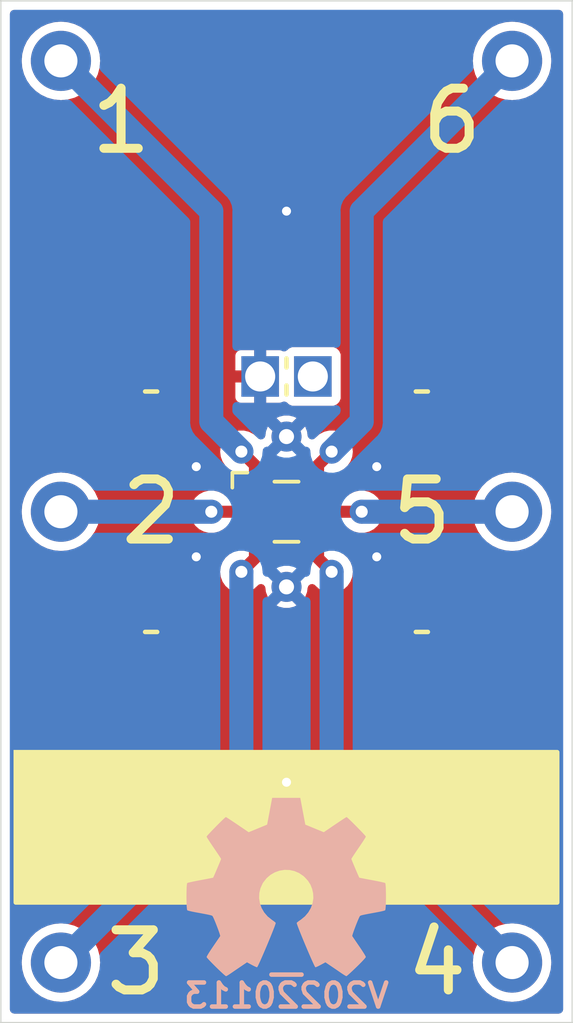
<source format=kicad_pcb>
(kicad_pcb (version 20221018) (generator pcbnew)
  (layers (0 "F.Cu" mixed) (31 "B.Cu" mixed) (34 "B.Paste" user) (35 "F.Paste" user) (36 "B.SilkS" user "B.Silkscreen") (37 "F.SilkS" user "F.Silkscreen") (38 "B.Mask" user) (39 "F.Mask" user) (44 "Edge.Cuts" user))
  (net 0 "")
  (net 1 "Net-(J1-Pin_1)")
  (net 2 "Net-(J2-Pin_1)")
  (net 3 "Net-(J3-Pin_1)")
  (net 4 "Net-(J4-Pin_1)")
  (net 5 "Net-(J5-Pin_1)")
  (net 6 "Net-(J6-Pin_1)")
  (net 7 "GND")
  (footprint "mill-max:PC_pin_nail_head_6092" (layer "F.Cu") (at 142 63)
    (fp_text reference "J1")
    (fp_text value "1" (at 2 2) (layer "F.SilkS") (effects (font (size 2 2) (thickness 0.3))))
    (pad "1" thru_hole circle locked (at 0 0) (size 2 2) (drill 1.1) (layers "*.Cu" "*.Mask") (net 1 "Net-(J1-Pin_1)"))
  )
  (footprint "mill-max:PC_pin_nail_head_6092" (layer "F.Cu") (at 142 78)
    (fp_text reference "J2")
    (fp_text value "2" (at 3 0) (layer "F.SilkS") (effects (font (size 2 2) (thickness 0.3))))
    (pad "1" thru_hole circle locked (at 0 0) (size 2 2) (drill 1.1) (layers "*.Cu" "*.Mask") (net 2 "Net-(J2-Pin_1)"))
  )
  (footprint "mill-max:PC_pin_nail_head_6092" (layer "F.Cu") (at 142 93)
    (fp_text reference "J3")
    (fp_text value "3" (at 2.5 0) (layer "F.SilkS") (effects (font (size 2 2) (thickness 0.3))))
    (pad "1" thru_hole circle locked (at 0 0) (size 2 2) (drill 1.1) (layers "*.Cu" "*.Mask") (net 3 "Net-(J3-Pin_1)"))
  )
  (footprint "mill-max:PC_pin_nail_head_6092" (layer "F.Cu") (at 157 78)
    (fp_text reference "J5")
    (fp_text value "5" (at -3 0) (layer "F.SilkS") (effects (font (size 2 2) (thickness 0.3))))
    (pad "1" thru_hole circle locked (at 0 0) (size 2 2) (drill 1.1) (layers "*.Cu" "*.Mask") (net 5 "Net-(J5-Pin_1)"))
  )
  (footprint "mill-max:PC_pin_nail_head_6092" (layer "F.Cu") (at 157 63)
    (fp_text reference "J6")
    (fp_text value "6" (at -2 2) (layer "F.SilkS") (effects (font (size 2 2) (thickness 0.3))))
    (pad "1" thru_hole circle locked (at 0 0) (size 2 2) (drill 1.1) (layers "*.Cu" "*.Mask") (net 6 "Net-(J6-Pin_1)"))
  )
  (footprint "mill-max:PC_pin_nail_head_6092" (layer "F.Cu") (at 157 93)
    (fp_text reference "J4")
    (fp_text value "4" (at -2.5 0) (layer "F.SilkS") (effects (font (size 2 2) (thickness 0.3))))
    (pad "1" thru_hole circle locked (at 0 0) (size 2 2) (drill 1.1) (layers "*.Cu" "*.Mask") (net 4 "Net-(J4-Pin_1)"))
  )
  (footprint "SquantorResistor:R_0805+0603" (layer "F.Cu") (at 145 82 90)
    (fp_text reference "R4" hide)
    (fp_text value "R" hide)
    (fp_line (start 0 -0.2) (end 0 0.2) (stroke (width 0.15)) (layer "F.SilkS"))
    (pad "1" smd roundrect (at -0.775 0 90) (size 1.05 1.3) (layers "F.Cu" "F.Paste" "F.Mask"))
    (pad "2" smd roundrect (at 0.775 0 90) (size 1.05 1.3) (layers "F.Cu" "F.Paste" "F.Mask"))
  )
  (footprint "SquantorCapacitor:C_0402+0603+0805+TH" (layer "F.Cu") (at 149.5 73.5)
    (fp_text reference "C1" hide)
    (fp_text value "C" hide)
    (fp_line (start 0 -0.6) (end 0 -0.3) (stroke (width 0.15)) (layer "F.SilkS"))
    (fp_line (start 0 0.6) (end 0 0.3) (stroke (width 0.15)) (layer "F.SilkS"))
    (pad "1" thru_hole rect (at -0.875 0) (size 1.25 1.35) (drill 1) (layers "*.Cu" "*.Mask") (net 7 "GND"))
    (pad "2" thru_hole rect (at 0.875 0) (size 1.25 1.35) (drill 1) (layers "*.Cu" "*.Mask"))
  )
  (footprint "SquantorResistor:R_0805+0603" (layer "F.Cu") (at 154 74 90)
    (fp_text reference "R2" hide)
    (fp_text value "R" hide)
    (fp_line (start 0 -0.2) (end 0 0.2) (stroke (width 0.15)) (layer "F.SilkS"))
    (pad "1" smd roundrect (at -0.775 0 90) (size 1.05 1.3) (layers "F.Cu" "F.Paste" "F.Mask"))
    (pad "2" smd roundrect (at 0.775 0 90) (size 1.05 1.3) (layers "F.Cu" "F.Paste" "F.Mask"))
  )
  (footprint "SquantorResistor:R_0805+0603" (layer "F.Cu") (at 154 82 90)
    (fp_text reference "R3" hide)
    (fp_text value "R" hide)
    (fp_line (start 0 -0.2) (end 0 0.2) (stroke (width 0.15)) (layer "F.SilkS"))
    (pad "1" smd roundrect (at -0.775 0 90) (size 1.05 1.3) (layers "F.Cu" "F.Paste" "F.Mask"))
    (pad "2" smd roundrect (at 0.775 0 90) (size 1.05 1.3) (layers "F.Cu" "F.Paste" "F.Mask"))
  )
  (footprint "SquantorResistor:R_0805+0603" (layer "F.Cu") (at 145 74 90)
    (fp_text reference "R1" hide)
    (fp_text value "R" hide)
    (fp_line (start 0 -0.2) (end 0 0.2) (stroke (width 0.15)) (layer "F.SilkS"))
    (pad "1" smd roundrect (at -0.775 0 90) (size 1.05 1.3) (layers "F.Cu" "F.Paste" "F.Mask"))
    (pad "2" smd roundrect (at 0.775 0 90) (size 1.05 1.3) (layers "F.Cu" "F.Paste" "F.Mask"))
  )
  (footprint "SquantorTestPoints:TestPoint_hole_H05R10_2side" (layer "F.Cu") (at 149.5 75.5)
    (fp_text reference "TP1" hide)
    (fp_text value "testpad" hide)
    (pad "1" thru_hole circle (at 0 0) (size 1 1) (drill 0.5) (layers "*.Cu" "*.Mask") (net 7 "GND"))
  )
  (footprint "SquantorTestPoints:TestPoint_hole_H05R10_2side" (layer "F.Cu") (at 149.5 80.5)
    (fp_text reference "TP2" hide)
    (fp_text value "testpad" hide)
    (pad "1" thru_hole circle (at 0 0) (size 1 1) (drill 0.5) (layers "*.Cu" "*.Mask") (net 7 "GND"))
  )
  (footprint "SquantorIC:SOT363-NXP-hand" (layer "F.Cu") (at 149.5 78)
    (fp_text reference "U1" hide)
    (fp_text value "generic_5pin_sot" hide)
    (fp_line (start -1.8 -1.3) (end -1.8 -0.8) (stroke (width 0.12)) (layer "F.SilkS"))
    (fp_line (start -1.8 -1.3) (end -1.3 -1.3) (stroke (width 0.12)) (layer "F.SilkS"))
    (fp_line (start -0.4 -1) (end 0.4 -1) (stroke (width 0.127)) (layer "F.SilkS"))
    (fp_line (start -0.4 1) (end 0.4 1) (stroke (width 0.127)) (layer "F.SilkS"))
    (pad "1" smd rect (at -1.05 -0.75 270) (size 0.6 0.9) (layers "F.Cu" "F.Paste" "F.Mask") (net 1 "Net-(J1-Pin_1)"))
    (pad "2" smd rect (at -1.05 0 270) (size 0.4 0.9) (layers "F.Cu" "F.Paste" "F.Mask") (net 2 "Net-(J2-Pin_1)"))
    (pad "3" smd rect (at -1.05 0.75 270) (size 0.6 0.9) (layers "F.Cu" "F.Paste" "F.Mask") (net 3 "Net-(J3-Pin_1)"))
    (pad "4" smd rect (at 1.05 0.75 270) (size 0.6 0.9) (layers "F.Cu" "F.Paste" "F.Mask") (net 4 "Net-(J4-Pin_1)"))
    (pad "5" smd rect (at 1.05 0 270) (size 0.4 0.9) (layers "F.Cu" "F.Paste" "F.Mask") (net 5 "Net-(J5-Pin_1)"))
    (pad "6" smd rect (at 1.05 -0.75 270) (size 0.6 0.9) (layers "F.Cu" "F.Paste" "F.Mask") (net 6 "Net-(J6-Pin_1)"))
  )
  (footprint "Symbol:OSHW-Symbol_6.7x6mm_SilkScreen" (layer "B.Cu") (at 149.5 90.5 180)
    (fp_text reference "N2" hide)
    (fp_text value "OHWLOGO" hide)
    (fp_poly (pts (xy 0.555814 2.531069) (xy 0.639635 2.086445) (xy 0.94892 1.958947) (xy 1.258206 1.831449) (xy 1.629246 2.083754) (xy 1.733157 2.154004) (xy 1.827087 2.216728) (xy 1.906652 2.269062) (xy 1.96747 2.308143) (xy 2.005157 2.331107) (xy 2.015421 2.336058) (xy 2.03391 2.323324) (xy 2.07342 2.288118) (xy 2.129522 2.234938) (xy 2.197787 2.168282) (xy 2.273786 2.092646) (xy 2.353092 2.012528) (xy 2.431275 1.932426) (xy 2.503907 1.856836) (xy 2.566559 1.790255) (xy 2.614803 1.737182) (xy 2.64421 1.702113) (xy 2.651241 1.690377) (xy 2.641123 1.66874) (xy 2.612759 1.621338) (xy 2.569129 1.552807) (xy 2.513218 1.467785) (xy 2.448006 1.370907) (xy 2.410219 1.31565) (xy 2.341343 1.214752) (xy 2.28014 1.123701) (xy 2.229578 1.04703) (xy 2.192628 0.989272) (xy 2.172258 0.954957) (xy 2.169197 0.947746) (xy 2.176136 0.927252) (xy 2.195051 0.879487) (xy 2.223087 0.811168) (xy 2.257391 0.729011) (xy 2.295109 0.63973) (xy 2.333387 0.550042) (xy 2.36937 0.466662) (xy 2.400206 0.396306) (xy 2.423039 0.34569) (xy 2.435017 0.321529) (xy 2.435724 0.320578) (xy 2.454531 0.315964) (xy 2.504618 0.305672) (xy 2.580793 0.290713) (xy 2.677865 0.272099) (xy 2.790643 0.250841) (xy 2.856442 0.238582) (xy 2.97695 0.215638) (xy 3.085797 0.193805) (xy 3.177476 0.174278) (xy 3.246481 0.158252) (xy 3.287304 0.146921) (xy 3.295511 0.143326) (xy 3.303548 0.118994) (xy 3.310033 0.064041) (xy 3.31497 -0.015108) (xy 3.318364 -0.112026) (xy 3.320218 -0.220287) (xy 3.320538 -0.333465) (xy 3.319327 -0.445135) (xy 3.31659 -0.548868) (xy 3.312331 -0.638241) (xy 3.306555 -0.706826) (xy 3.299267 -0.748197) (xy 3.294895 -0.75681) (xy 3.268764 -0.767133) (xy 3.213393 -0.781892) (xy 3.136107 -0.799352) (xy 3.04423 -0.81778) (xy 3.012158 -0.823741) (xy 2.857524 -0.852066) (xy 2.735375 -0.874876) (xy 2.641673 -0.89308) (xy 2.572384 -0.907583) (xy 2.523471 -0.919292) (xy 2.490897 -0.929115) (xy 2.470628 -0.937956) (xy 2.458626 -0.946724) (xy 2.456947 -0.948457) (xy 2.440184 -0.976371) (xy 2.414614 -1.030695) (xy 2.382788 -1.104777) (xy 2.34726 -1.191965) (xy 2.310583 -1.285608) (xy 2.275311 -1.379052) (xy 2.243996 -1.465647) (xy 2.219193 -1.53874) (xy 2.203454 -1.591678) (xy 2.199332 -1.617811) (xy 2.199676 -1.618726) (xy 2.213641 -1.640086) (xy 2.245322 -1.687084) (xy 2.291391 -1.754827) (xy 2.348518 -1.838423) (xy 2.413373 -1.932982) (xy 2.431843 -1.959854) (xy 2.497699 -2.057275) (xy 2.55565 -2.146163) (xy 2.602538 -2.221412) (xy 2.635207 -2.27792) (xy 2.6505 -2.310581) (xy 2.651241 -2.314593) (xy 2.638392 -2.335684) (xy 2.602888 -2.377464) (xy 2.549293 -2.435445) (xy 2.482171 -2.505135) (xy 2.406087 -2.582045) (xy 2.325604 -2.661683) (xy 2.245287 -2.739561) (xy 2.169699 -2.811186) (xy 2.103405 -2.87207) (xy 2.050969 -2.917721) (xy 2.016955 -2.94365) (xy 2.007545 -2.947883) (xy 1.985643 -2.937912) (xy 1.9408 -2.91102) (xy 1.880321 -2.871736) (xy 1.833789 -2.840117) (xy 1.749475 -2.782098) (xy 1.649626 -2.713784) (xy 1.549473 -2.645579) (xy 1.495627 -2.609075) (xy 1.313371 -2.4858) (xy 1.160381 -2.56852) (xy 1.090682 -2.604759) (xy 1.031414 -2.632926) (xy 0.991311 -2.648991) (xy 0.981103 -2.651226) (xy 0.968829 -2.634722) (xy 0.944613 -2.588082) (xy 0.910263 -2.515609) (xy 0.867588 -2.421606) (xy 0.818394 -2.310374) (xy 0.76449 -2.186215) (xy 0.707684 -2.053432) (xy 0.649782 -1.916327) (xy 0.592593 -1.779202) (xy 0.537924 -1.646358) (xy 0.487584 -1.522098) (xy 0.44338 -1.410725) (xy 0.407119 -1.316539) (xy 0.380609 -1.243844) (xy 0.365658 -1.196941) (xy 0.363254 -1.180833) (xy 0.382311 -1.160286) (xy 0.424036 -1.126933) (xy 0.479706 -1.087702) (xy 0.484378 -1.084599) (xy 0.628264 -0.969423) (xy 0.744283 -0.835053) (xy 0.83143 -0.685784) (xy 0.888699 -0.525913) (xy 0.915086 -0.359737) (xy 0.909585 -0.191552) (xy 0.87119 -0.025655) (xy 0.798895 0.133658) (xy 0.777626 0.168513) (xy 0.666996 0.309263) (xy 0.536302 0.422286) (xy 0.390064 0.506997) (xy 0.232808 0.562806) (xy 0.069057 0.589126) (xy -0.096667 0.58537) (xy -0.259838 0.55095) (xy -0.415935 0.485277) (xy -0.560433 0.387765) (xy -0.605131 0.348187) (xy -0.718888 0.224297) (xy -0.801782 0.093876) (xy -0.858644 -0.052315) (xy -0.890313 -0.197088) (xy -0.898131 -0.35986) (xy -0.872062 -0.52344) (xy -0.814755 -0.682298) (xy -0.728856 -0.830906) (xy -0.617014 -0.963735) (xy -0.481877 -1.075256) (xy -0.464117 -1.087011) (xy -0.40785 -1.125508) (xy -0.365077 -1.158863) (xy -0.344628 -1.18016) (xy -0.344331 -1.180833) (xy -0.348721 -1.203871) (xy -0.366124 -1.256157) (xy -0.394732 -1.33339) (xy -0.432735 -1.431268) (xy -0.478326 -1.545491) (xy -0.529697 -1.671758) (xy -0.585038 -1.805767) (xy -0.642542 -1.943218) (xy -0.700399 -2.079808) (xy -0.756802 -2.211237) (xy -0.809942 -2.333205) (xy -0.85801 -2.441409) (xy -0.899199 -2.531549) (xy -0.931699 -2.599323) (xy -0.953703 -2.64043) (xy -0.962564 -2.651226) (xy -0.98964 -2.642819) (xy -1.040303 -2.620272) (xy -1.105817 -2.587613) (xy -1.141841 -2.56852) (xy -1.294832 -2.4858) (xy -1.477088 -2.609075) (xy -1.570125 -2.672228) (xy -1.671985 -2.741727) (xy -1.767438 -2.807165) (xy -1.81525 -2.840117) (xy -1.882495 -2.885273) (xy -1.939436 -2.921057) (xy -1.978646 -2.942938) (xy -1.991381 -2.947563) (xy -2.009917 -2.935085) (xy -2.050941 -2.900252) (xy -2.110475 -2.846678) (xy -2.184542 -2.777983) (xy -2.269165 -2.697781) (xy -2.322685 -2.646286) (xy -2.416319 -2.554286) (xy -2.497241 -2.471999) (xy -2.562177 -2.402945) (xy -2.607858 -2.350644) (xy -2.631011 -2.318616) (xy -2.633232 -2.312116) (xy -2.622924 -2.287394) (xy -2.594439 -2.237405) (xy -2.550937 -2.167212) (xy -2.495577 -2.081875) (xy -2.43152 -1.986456) (xy -2.413303 -1.959854) (xy -2.346927 -1.863167) (xy -2.287378 -1.776117) (xy -2.237984 -1.703595) (xy -2.202075 -1.650493) (xy -2.182981 -1.621703) (xy -2.181136 -1.618726) (xy -2.183895 -1.595782) (xy -2.198538 -1.545336) (xy -2.222513 -1.474041) (xy -2.253266 -1.388547) (xy -2.288244 -1.295507) (xy -2.324893 -1.201574) (xy -2.360661 -1.113399) (xy -2.392994 -1.037634) (xy -2.419338 -0.980931) (xy -2.437142 -0.949943) (xy -2.438407 -0.948457) (xy -2.449294 -0.939601) (xy -2.467682 -0.930843) (xy -2.497606 -0.921277) (xy -2.543103 -0.909996) (xy -2.608209 -0.896093) (xy -2.696961 -0.878663) (xy -2.813393 -0.856798) (xy -2.961542 -0.829591) (xy -2.993618 -0.823741) (xy -3.088686 -0.805374) (xy -3.171565 -0.787405) (xy -3.23493 -0.771569) (xy -3.271458 -0.7596) (xy -3.276356 -0.75681) (xy -3.284427 -0.732072) (xy -3.290987 -0.67679) (xy -3.296033 -0.597389) (xy -3.299559 -0.500296) (xy -3.301561 -0.391938) (xy -3.302036 -0.27874) (xy -3.300977 -0.167128) (xy -3.298382 -0.063529) (xy -3.294246 0.025632) (xy -3.288563 0.093928) (xy -3.281331 0.134934) (xy -3.276971 0.143326) (xy -3.252698 0.151792) (xy -3.197426 0.165565) (xy -3.116662 0.18345) (xy -3.015912 0.204252) (xy -2.900683 0.226777) (xy -2.837902 0.238582) (xy -2.718787 0.260849) (xy -2.612565 0.281021) (xy -2.524427 0.298085) (xy -2.459566 0.311031) (xy -2.423174 0.318845) (xy -2.417184 0.320578) (xy -2.407061 0.34011) (xy -2.385662 0.387157) (xy -2.355839 0.454997) (xy -2.320445 0.536909) (xy -2.282332 0.626172) (xy -2.244353 0.716065) (xy -2.20936 0.799865) (xy -2.180206 0.870853) (xy -2.159743 0.922306) (xy -2.150823 0.947503) (xy -2.150657 0.948604) (xy -2.160769 0.968481) (xy -2.189117 1.014223) (xy -2.232723 1.081283) (xy -2.288606 1.165116) (xy -2.353787 1.261174) (xy -2.391679 1.31635) (xy -2.460725 1.417519) (xy -2.52205 1.50937) (xy -2.572663 1.587256) (xy -2.609571 1.646531) (xy -2.629782 1.682549) (xy -2.632701 1.690623) (xy -2.620153 1.709416) (xy -2.585463 1.749543) (xy -2.533063 1.806507) (xy -2.467384 1.875815) (xy -2.392856 1.952969) (xy -2.313913 2.033475) (xy -2.234983 2.112837) (xy -2.1605 2.18656) (xy -2.094894 2.250148) (xy -2.042596 2.299106) (xy -2.008039 2.328939) (xy -1.996478 2.336058) (xy -1.977654 2.326047) (xy -1.932631 2.297922) (xy -1.865787 2.254546) (xy -1.781499 2.198782) (xy -1.684144 2.133494) (xy -1.610707 2.083754) (xy -1.239667 1.831449) (xy -0.621095 2.086445) (xy -0.537275 2.531069) (xy -0.453454 2.975693) (xy 0.471994 2.975693) (xy 0.555814 2.531069)) (stroke (width 0.01)) (fill solid) (layer "B.SilkS"))
  )
  (footprint "SquantorLabels:Label_Generic" (layer "B.Cu") (at 149.5 94)
    (fp_text reference "N1" hide)
    (fp_text value "V20220113" (at 0 0.1) (layer "B.SilkS") (effects (font (size 0.8 0.8)) (justify mirror)))
    (fp_line (start -0.5 -0.6) (end 0.5 -0.6) (stroke (width 0.15)) (layer "B.SilkS"))
  )
  (gr_rect (start 140.5 86) (end 158.5 91) (stroke (width 0.15)) (fill solid) (layer "F.SilkS"))
  (gr_line (start 140 95) (end 159 95) (stroke (width 0.05)) (layer "Edge.Cuts"))
  (gr_line (start 159 61) (end 159 95) (stroke (width 0.05)) (layer "Edge.Cuts"))
  (gr_line (start 159 61) (end 140 61) (stroke (width 0.05)) (layer "Edge.Cuts"))
  (gr_line (start 140 95) (end 140 61) (stroke (width 0.05)) (layer "Edge.Cuts"))
  (segment (start 148 76) (end 148.45 76.45) (width 0.4) (layer "F.Cu") (net 1))
  (segment (start 148.45 76.45) (end 148.45 77.25) (width 0.4) (layer "F.Cu") (net 1))
  (via (at 148 76) (size 0.8) (drill 0.4) (layers "F.Cu" "B.Cu") (net 1))
  (segment (start 148 76) (end 147 75) (width 0.8) (layer "B.Cu") (net 1))
  (segment (start 147 75) (end 147 68) (width 0.8) (layer "B.Cu") (net 1))
  (segment (start 147 68) (end 142 63) (width 0.8) (layer "B.Cu") (net 1))
  (segment (start 148.45 78) (end 147 78) (width 0.4) (layer "F.Cu") (net 2))
  (via (at 147 78) (size 0.8) (drill 0.4) (layers "F.Cu" "B.Cu") (net 2))
  (segment (start 142 78) (end 147 78) (width 0.8) (layer "B.Cu") (net 2))
  (segment (start 148.45 79.55) (end 148.45 78.75) (width 0.4) (layer "F.Cu") (net 3))
  (segment (start 148 80) (end 148.45 79.55) (width 0.4) (layer "F.Cu") (net 3))
  (via (at 148 80) (size 0.8) (drill 0.4) (layers "F.Cu" "B.Cu") (net 3))
  (segment (start 148 87) (end 142 93) (width 0.8) (layer "B.Cu") (net 3))
  (segment (start 148 80) (end 148 87) (width 0.8) (layer "B.Cu") (net 3))
  (segment (start 150.55 79.55) (end 150.55 78.75) (width 0.4) (layer "F.Cu") (net 4))
  (segment (start 151 80) (end 150.55 79.55) (width 0.4) (layer "F.Cu") (net 4))
  (via (at 151 80) (size 0.8) (drill 0.4) (layers "F.Cu" "B.Cu") (net 4))
  (segment (start 151 80) (end 151 87) (width 0.8) (layer "B.Cu") (net 4))
  (segment (start 151 87) (end 157 93) (width 0.8) (layer "B.Cu") (net 4))
  (segment (start 150.55 78) (end 152 78) (width 0.4) (layer "F.Cu") (net 5))
  (via (at 152 78) (size 0.8) (drill 0.4) (layers "F.Cu" "B.Cu") (net 5))
  (segment (start 157 78) (end 152 78) (width 0.8) (layer "B.Cu") (net 5))
  (segment (start 151 76) (end 150.55 76.45) (width 0.4) (layer "F.Cu") (net 6))
  (segment (start 150.55 76.45) (end 150.55 77.25) (width 0.4) (layer "F.Cu") (net 6))
  (via (at 151 76) (size 0.8) (drill 0.4) (layers "F.Cu" "B.Cu") (net 6))
  (segment (start 152 68) (end 157 63) (width 0.8) (layer "B.Cu") (net 6))
  (segment (start 152 75) (end 152 68) (width 0.8) (layer "B.Cu") (net 6))
  (segment (start 151 76) (end 152 75) (width 0.8) (layer "B.Cu") (net 6))
  (via (at 146.5 79.5) (size 0.7) (drill 0.3) (layers "F.Cu" "B.Cu") (net 7))
  (via (at 149.5 87) (size 0.7) (drill 0.3) (layers "F.Cu" "B.Cu") (net 7))
  (via (at 152.5 76.5) (size 0.7) (drill 0.3) (layers "F.Cu" "B.Cu") (net 7))
  (via (at 146.5 76.5) (size 0.7) (drill 0.3) (layers "F.Cu" "B.Cu") (net 7))
  (via (at 149.5 68) (size 0.7) (drill 0.3) (layers "F.Cu" "B.Cu") (net 7))
  (via (at 152.5 79.5) (size 0.7) (drill 0.3) (layers "F.Cu" "B.Cu") (net 7))
  (zone (net 7) (net_name "GND") (layers "F&B.Cu") (connect_pads (clearance 0.3)) (min_thickness 0.3) (fill yes (thermal_gap 0.2) (thermal_bridge_width 0.4))
    (polygon (pts (xy 140 61) (xy 159 61) (xy 159 95) (xy 140 95)))
  )
)
</source>
